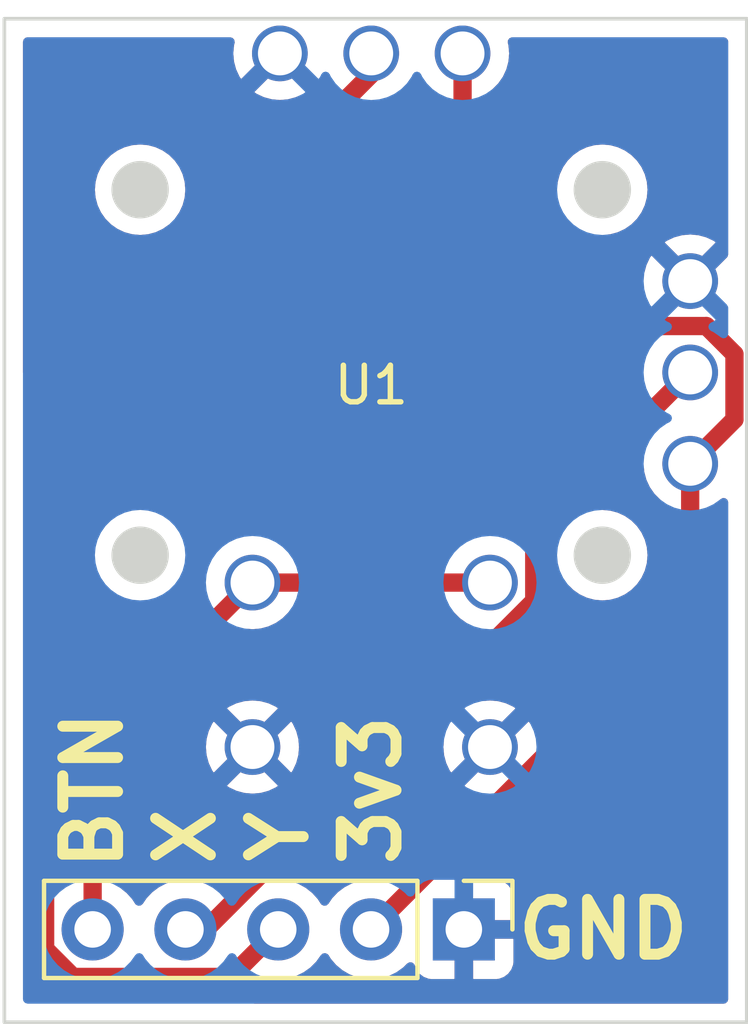
<source format=kicad_pcb>
(kicad_pcb (version 20211014) (generator pcbnew)
  (layers (0 "F.Cu" signal) (31 "B.Cu" signal) (34 "B.Paste" user) (35 "F.Paste" user) (36 "B.SilkS" user "B.Silkscreen") (37 "F.SilkS" user "F.Silkscreen") (38 "B.Mask" user) (39 "F.Mask" user) (44 "Edge.Cuts" user))
  (net 0 "")
  (net 1 "+3V3")
  (net 2 "GND")
  (net 3 "/Button")
  (net 4 "/2")
  (net 5 "/2'")
  (footprint "Connector_PinHeader_2.54mm:PinHeader_1x05_P2.54mm_Vertical" (layer "F.Cu") (at 111.755 124.46 -90)
    (fp_text reference "J1" hide)
    (fp_text value "Conn_01x05" hide)
    (fp_line (start 1.33 1.27) (end 1.33 11.49) (layer "F.SilkS") (width 0.12))
    (fp_line (start -1.33 1.27) (end -1.33 11.49) (layer "F.SilkS") (width 0.12))
    (fp_line (start -1.33 11.49) (end 1.33 11.49) (layer "F.SilkS") (width 0.12))
    (fp_line (start -1.33 1.27) (end 1.33 1.27) (layer "F.SilkS") (width 0.12))
    (fp_line (start -1.33 0) (end -1.33 -1.33) (layer "F.SilkS") (width 0.12))
    (fp_line (start -1.33 -1.33) (end 0 -1.33) (layer "F.SilkS") (width 0.12))
    (pad "1" thru_hole rect (at 0 0 270) (size 1.7 1.7) (drill 1) (layers *.Cu *.Mask) (net 2 "GND"))
    (pad "2" thru_hole oval (at 0 2.54 270) (size 1.7 1.7) (drill 1) (layers *.Cu *.Mask) (net 1 "+3V3"))
    (pad "3" thru_hole oval (at 0 5.08 270) (size 1.7 1.7) (drill 1) (layers *.Cu *.Mask) (net 4 "/2"))
    (pad "4" thru_hole oval (at 0 7.62 270) (size 1.7 1.7) (drill 1) (layers *.Cu *.Mask) (net 5 "/2'"))
    (pad "5" thru_hole oval (at 0 10.16 270) (size 1.7 1.7) (drill 1) (layers *.Cu *.Mask) (net 3 "/Button"))
  )
  (footprint "THB001P:THB001P" (layer "F.Cu") (at 109.22 109.22)
    (fp_text reference "U1" (at 0 0.347856 unlocked) (layer "F.SilkS"))
    (fp_text value "THB001P" hide)
    (fp_circle (center 6.325 -5) (end 7.05 -5) (layer "Edge.Cuts") (width 0.12) (fill solid))
    (fp_circle (center -6.325 5) (end -5.6 5) (layer "Edge.Cuts") (width 0.12) (fill solid))
    (fp_circle (center 6.325 5) (end 7.05 5) (layer "Edge.Cuts") (width 0.12) (fill solid))
    (fp_circle (center -6.325 -5) (end -5.6 -5) (layer "Edge.Cuts") (width 0.12) (fill solid))
    (pad "1" thru_hole circle (at 2.5 -8.73) (size 1.524 1.524) (drill 1.2) (layers *.Cu *.Mask) (net 1 "+3V3"))
    (pad "1'" thru_hole circle (at 8.73 2.5) (size 1.524 1.524) (drill 1.2) (layers *.Cu *.Mask) (net 1 "+3V3"))
    (pad "2" thru_hole circle (at 0 -8.73) (size 1.524 1.524) (drill 1.2) (layers *.Cu *.Mask) (net 4 "/2"))
    (pad "2'" thru_hole circle (at 8.73 0) (size 1.524 1.524) (drill 1.2) (layers *.Cu *.Mask) (net 5 "/2'"))
    (pad "3" thru_hole circle (at -2.5 -8.73) (size 1.524 1.524) (drill 1.2) (layers *.Cu *.Mask) (net 2 "GND"))
    (pad "3'" thru_hole circle (at 8.73 -2.5) (size 1.524 1.524) (drill 1.2) (layers *.Cu *.Mask) (net 2 "GND"))
    (pad "a" thru_hole circle (at -3.25 5.75) (size 1.524 1.524) (drill 1.2) (layers *.Cu *.Mask) (net 3 "/Button"))
    (pad "b" thru_hole circle (at 3.25 5.75) (size 1.524 1.524) (drill 1.2) (layers *.Cu *.Mask) (net 3 "/Button"))
    (pad "c" thru_hole circle (at -3.25 10.25) (size 1.524 1.524) (drill 1.2) (layers *.Cu *.Mask) (net 2 "GND"))
    (pad "d" thru_hole circle (at 3.25 10.25) (size 1.524 1.524) (drill 1.2) (layers *.Cu *.Mask) (net 2 "GND"))
  )
  (gr_rect (start 99.18 99.54) (end 119.5 127) (layer "Edge.Cuts") (width 0.1) (fill none))
  (gr_text "X" (at 104.14 121.92 90) (layer "F.SilkS") (effects (font (size 1.5 1.5) (thickness 0.3))))
  (gr_text "BTN" (at 101.6 120.65 90) (layer "F.SilkS") (effects (font (size 1.5 1.5) (thickness 0.3))))
  (gr_text "3v3" (at 109.22 120.65 90) (layer "F.SilkS") (effects (font (size 1.5 1.5) (thickness 0.3))))
  (gr_text "GND" (at 115.57 124.46) (layer "F.SilkS") (effects (font (size 1.5 1.5) (thickness 0.3))))
  (gr_text "Y" (at 106.68 121.92 90) (layer "F.SilkS") (effects (font (size 1.5 1.5) (thickness 0.3))))
  (segment (start 118.393336 107.95) (end 116.84 107.95) (width 0.5) (layer "F.Cu") (net 1))
  (segment (start 117.95 111.72) (end 119.161511 110.508489) (width 0.5) (layer "F.Cu") (net 1))
  (segment (start 116.84 107.95) (end 111.72 102.83) (width 0.5) (layer "F.Cu") (net 1))
  (segment (start 117.95 115.725) (end 117.95 111.72) (width 0.5) (layer "F.Cu") (net 1))
  (segment (start 119.161511 110.508489) (end 119.161511 108.718175) (width 0.5) (layer "F.Cu") (net 1))
  (segment (start 111.72 102.83) (end 111.72 100.49) (width 0.5) (layer "F.Cu") (net 1))
  (segment (start 109.215 124.46) (end 117.95 115.725) (width 0.5) (layer "F.Cu") (net 1))
  (segment (start 119.161511 108.718175) (end 118.393336 107.95) (width 0.5) (layer "F.Cu") (net 1))
  (segment (start 112.47 114.97) (end 105.97 114.97) (width 0.5) (layer "F.Cu") (net 3))
  (segment (start 105.97 114.97) (end 101.595 119.345) (width 0.5) (layer "F.Cu") (net 3))
  (segment (start 101.595 119.345) (end 101.595 124.46) (width 0.5) (layer "F.Cu") (net 3))
  (segment (start 101.056724 125.759511) (end 100.295489 124.998276) (width 0.5) (layer "F.Cu") (net 4))
  (segment (start 105.375489 125.759511) (end 101.056724 125.759511) (width 0.5) (layer "F.Cu") (net 4))
  (segment (start 106.675 124.46) (end 105.375489 125.759511) (width 0.5) (layer "F.Cu") (net 4))
  (segment (start 100.295489 109.984531) (end 109.22 101.06002) (width 0.5) (layer "F.Cu") (net 4))
  (segment (start 100.295489 124.998276) (end 100.295489 109.984531) (width 0.5) (layer "F.Cu") (net 4))
  (segment (start 113.681511 113.488489) (end 113.681511 115.471825) (width 0.5) (layer "F.Cu") (net 5))
  (segment (start 113.681511 115.471825) (end 104.693336 124.46) (width 0.5) (layer "F.Cu") (net 5))
  (segment (start 117.95 109.22) (end 113.681511 113.488489) (width 0.5) (layer "F.Cu") (net 5))
  (segment (start 104.693336 124.46) (end 104.135 124.46) (width 0.5) (layer "F.Cu") (net 5))
  (zone (net 2) (net_name "GND") (layer "F.Cu") (connect_pads (clearance 0.508)) (min_thickness 0.254) (fill yes (thermal_gap 0.508) (thermal_bridge_width 0.508))
    (polygon (pts (xy 119.38 127) (xy 99.06 127) (xy 99.06 99.06) (xy 119.38 99.06)))
  )
  (zone (net 2) (net_name "GND") (layer "B.Cu") (connect_pads (clearance 0.508)) (min_thickness 0.254) (fill yes (thermal_gap 0.508) (thermal_bridge_width 0.508))
    (polygon (pts (xy 119.353835 126.513743) (xy 99.213821 126.619677) (xy 99.256836 99.064337) (xy 99.156836 99.064337) (xy 119.43685 99.028403)))
  )
)
</source>
